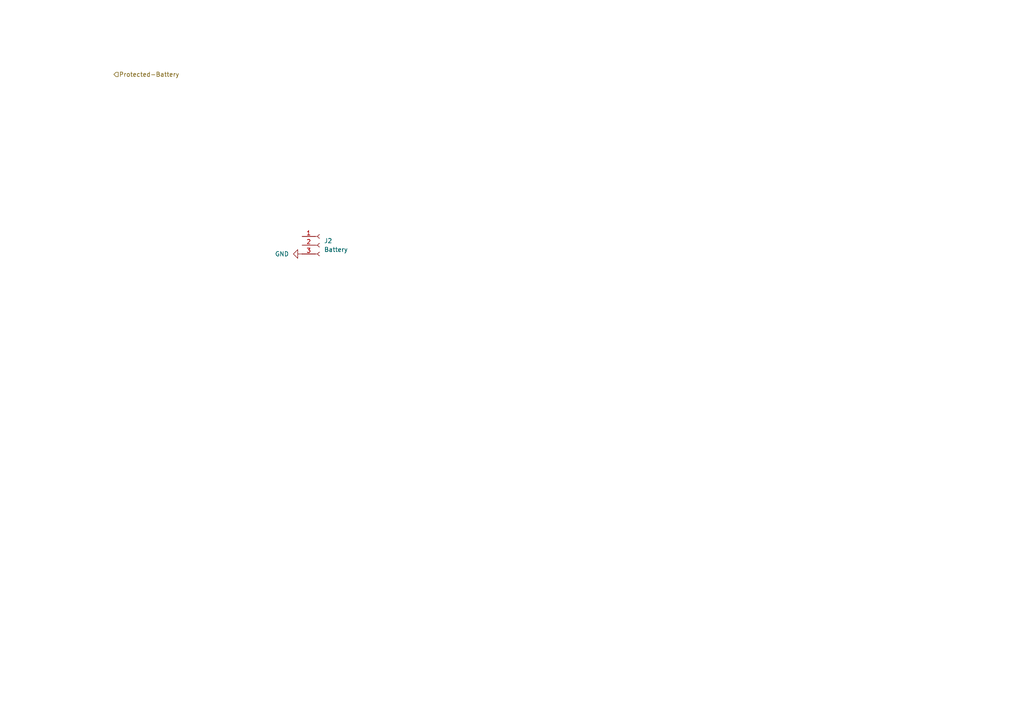
<source format=kicad_sch>
(kicad_sch (version 20250114) (generator "eeschema") (generator_version "9.0")
  (paper "A4")
  (lib_symbols
    (symbol "Connector:Conn_01x03_Socket" (pin_names (offset 1.016) (hide yes))
      (property "Reference" "J" (at 0 5.08 0))
      (property "Value" "Conn_01x03_Socket" (at 0 -5.08 0))
      (symbol "Conn_01x03_Socket_1_1"
        (polyline (pts (xy -1.27 2.54) (xy -0.508 2.54)) (stroke (width 0.1524)))
        (polyline (pts (xy -1.27 0) (xy -0.508 0)) (stroke (width 0.1524)))
        (polyline (pts (xy -1.27 -2.54) (xy -0.508 -2.54)) (stroke (width 0.1524)))
        (arc (start 0 2.032) (mid -0.5058 2.54) (end 0 3.048) (stroke (width 0.1524)))
        (arc (start 0 -0.508) (mid -0.5058 0) (end 0 0.508) (stroke (width 0.1524)))
        (arc (start 0 -3.048) (mid -0.5058 -2.54) (end 0 -2.032) (stroke (width 0.1524)))
        (pin passive line (at -5.08 2.54 0) (length 3.81) (name "Pin_1") (number "1"))
        (pin passive line (at -5.08 0 0) (length 3.81) (name "Pin_2") (number "2"))
        (pin passive line (at -5.08 -2.54 0) (length 3.81) (name "Pin_3") (number "3"))
      )
    )
    (symbol "power:GND" (power) (pin_numbers (hide yes)) (pin_names (offset 0) (hide yes))
      (property "Value" "GND" (at 0 -3.81 0))
      (symbol "GND_0_1"
        (polyline (pts (xy 0 0) (xy 0 -1.27) (xy 1.27 -1.27) (xy 0 -2.54) (xy -1.27 -1.27) (xy 0 -1.27)))
      )
      (symbol "GND_1_1"
        (pin power_in line (at 0 0 270) (length 0) (name "~") (number "1"))
      )
    )
  )
  (hierarchical_label "Protected-Battery" (shape input) (at 33.02 21.59 0))
  (symbol (lib_id "power:GND") (at 87.63 73.66 270) (unit 1)
    (property "Reference" "#PWR013" (effects (hide yes)))
    (property "Value" "GND" (at 83.82 73.6599 90) (effects (justify right)))
    (property "Description" "Power symbol creates a global label with name \"GND\" , ground" (effects (hide yes)))
  )
  (symbol (lib_id "Connector:Conn_01x03_Socket") (at 92.71 71.12 0) (unit 1)
    (property "Reference" "J2" (at 93.98 69.8499 0) (effects (justify left)))
    (property "Value" "Battery" (at 93.98 72.3899 0) (effects (justify left)))
    (property "Footprint" "Connector_JST:JST_PH_B3B-PH-K_1x03_P2.00mm_Vertical" (effects (hide yes)))
    (property "Description" "Generic connector, single row, 01x03, script generated" (effects (hide yes)))
  )
)
</source>
